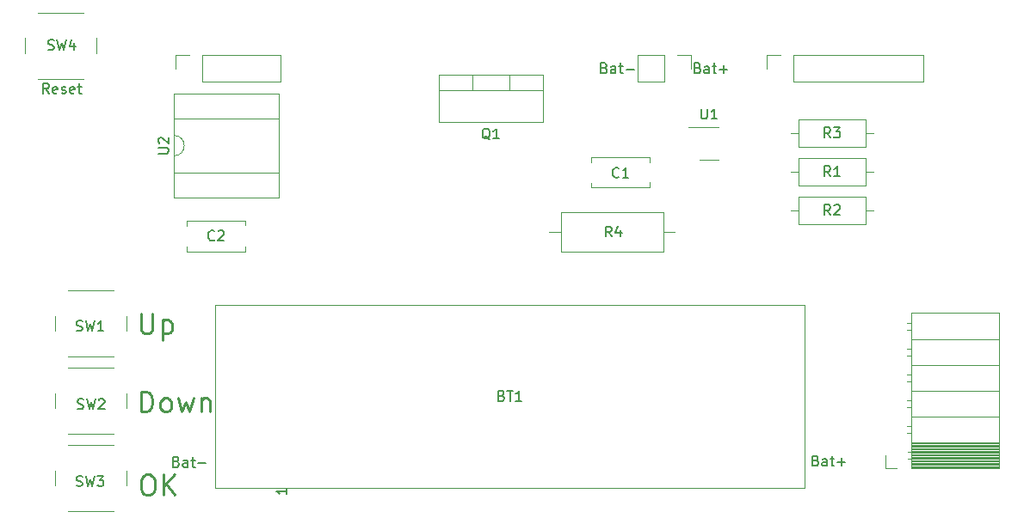
<source format=gbr>
G04 #@! TF.GenerationSoftware,KiCad,Pcbnew,(5.1.9)-1*
G04 #@! TF.CreationDate,2021-04-10T17:02:56+02:00*
G04 #@! TF.ProjectId,Battery_analyzer_MKII,42617474-6572-4795-9f61-6e616c797a65,2*
G04 #@! TF.SameCoordinates,Original*
G04 #@! TF.FileFunction,Legend,Top*
G04 #@! TF.FilePolarity,Positive*
%FSLAX46Y46*%
G04 Gerber Fmt 4.6, Leading zero omitted, Abs format (unit mm)*
G04 Created by KiCad (PCBNEW (5.1.9)-1) date 2021-04-10 17:02:56*
%MOMM*%
%LPD*%
G01*
G04 APERTURE LIST*
%ADD10C,0.150000*%
%ADD11C,0.250000*%
%ADD12C,0.120000*%
G04 APERTURE END LIST*
D10*
X108371904Y-77392380D02*
X108038571Y-76916190D01*
X107800476Y-77392380D02*
X107800476Y-76392380D01*
X108181428Y-76392380D01*
X108276666Y-76440000D01*
X108324285Y-76487619D01*
X108371904Y-76582857D01*
X108371904Y-76725714D01*
X108324285Y-76820952D01*
X108276666Y-76868571D01*
X108181428Y-76916190D01*
X107800476Y-76916190D01*
X109181428Y-77344761D02*
X109086190Y-77392380D01*
X108895714Y-77392380D01*
X108800476Y-77344761D01*
X108752857Y-77249523D01*
X108752857Y-76868571D01*
X108800476Y-76773333D01*
X108895714Y-76725714D01*
X109086190Y-76725714D01*
X109181428Y-76773333D01*
X109229047Y-76868571D01*
X109229047Y-76963809D01*
X108752857Y-77059047D01*
X109610000Y-77344761D02*
X109705238Y-77392380D01*
X109895714Y-77392380D01*
X109990952Y-77344761D01*
X110038571Y-77249523D01*
X110038571Y-77201904D01*
X109990952Y-77106666D01*
X109895714Y-77059047D01*
X109752857Y-77059047D01*
X109657619Y-77011428D01*
X109610000Y-76916190D01*
X109610000Y-76868571D01*
X109657619Y-76773333D01*
X109752857Y-76725714D01*
X109895714Y-76725714D01*
X109990952Y-76773333D01*
X110848095Y-77344761D02*
X110752857Y-77392380D01*
X110562380Y-77392380D01*
X110467142Y-77344761D01*
X110419523Y-77249523D01*
X110419523Y-76868571D01*
X110467142Y-76773333D01*
X110562380Y-76725714D01*
X110752857Y-76725714D01*
X110848095Y-76773333D01*
X110895714Y-76868571D01*
X110895714Y-76963809D01*
X110419523Y-77059047D01*
X111181428Y-76725714D02*
X111562380Y-76725714D01*
X111324285Y-76392380D02*
X111324285Y-77249523D01*
X111371904Y-77344761D01*
X111467142Y-77392380D01*
X111562380Y-77392380D01*
D11*
X117919523Y-114944761D02*
X118300476Y-114944761D01*
X118490952Y-115040000D01*
X118681428Y-115230476D01*
X118776666Y-115611428D01*
X118776666Y-116278095D01*
X118681428Y-116659047D01*
X118490952Y-116849523D01*
X118300476Y-116944761D01*
X117919523Y-116944761D01*
X117729047Y-116849523D01*
X117538571Y-116659047D01*
X117443333Y-116278095D01*
X117443333Y-115611428D01*
X117538571Y-115230476D01*
X117729047Y-115040000D01*
X117919523Y-114944761D01*
X119633809Y-116944761D02*
X119633809Y-114944761D01*
X120776666Y-116944761D02*
X119919523Y-115801904D01*
X120776666Y-114944761D02*
X119633809Y-116087619D01*
X117429047Y-108744761D02*
X117429047Y-106744761D01*
X117905238Y-106744761D01*
X118190952Y-106840000D01*
X118381428Y-107030476D01*
X118476666Y-107220952D01*
X118571904Y-107601904D01*
X118571904Y-107887619D01*
X118476666Y-108268571D01*
X118381428Y-108459047D01*
X118190952Y-108649523D01*
X117905238Y-108744761D01*
X117429047Y-108744761D01*
X119714761Y-108744761D02*
X119524285Y-108649523D01*
X119429047Y-108554285D01*
X119333809Y-108363809D01*
X119333809Y-107792380D01*
X119429047Y-107601904D01*
X119524285Y-107506666D01*
X119714761Y-107411428D01*
X120000476Y-107411428D01*
X120190952Y-107506666D01*
X120286190Y-107601904D01*
X120381428Y-107792380D01*
X120381428Y-108363809D01*
X120286190Y-108554285D01*
X120190952Y-108649523D01*
X120000476Y-108744761D01*
X119714761Y-108744761D01*
X121048095Y-107411428D02*
X121429047Y-108744761D01*
X121810000Y-107792380D01*
X122190952Y-108744761D01*
X122571904Y-107411428D01*
X123333809Y-107411428D02*
X123333809Y-108744761D01*
X123333809Y-107601904D02*
X123429047Y-107506666D01*
X123619523Y-107411428D01*
X123905238Y-107411428D01*
X124095714Y-107506666D01*
X124190952Y-107697142D01*
X124190952Y-108744761D01*
X117433809Y-99044761D02*
X117433809Y-100663809D01*
X117529047Y-100854285D01*
X117624285Y-100949523D01*
X117814761Y-101044761D01*
X118195714Y-101044761D01*
X118386190Y-100949523D01*
X118481428Y-100854285D01*
X118576666Y-100663809D01*
X118576666Y-99044761D01*
X119529047Y-99711428D02*
X119529047Y-101711428D01*
X119529047Y-99806666D02*
X119719523Y-99711428D01*
X120100476Y-99711428D01*
X120290952Y-99806666D01*
X120386190Y-99901904D01*
X120481428Y-100092380D01*
X120481428Y-100663809D01*
X120386190Y-100854285D01*
X120290952Y-100949523D01*
X120100476Y-101044761D01*
X119719523Y-101044761D01*
X119529047Y-100949523D01*
D10*
X163024285Y-74868571D02*
X163167142Y-74916190D01*
X163214761Y-74963809D01*
X163262380Y-75059047D01*
X163262380Y-75201904D01*
X163214761Y-75297142D01*
X163167142Y-75344761D01*
X163071904Y-75392380D01*
X162690952Y-75392380D01*
X162690952Y-74392380D01*
X163024285Y-74392380D01*
X163119523Y-74440000D01*
X163167142Y-74487619D01*
X163214761Y-74582857D01*
X163214761Y-74678095D01*
X163167142Y-74773333D01*
X163119523Y-74820952D01*
X163024285Y-74868571D01*
X162690952Y-74868571D01*
X164119523Y-75392380D02*
X164119523Y-74868571D01*
X164071904Y-74773333D01*
X163976666Y-74725714D01*
X163786190Y-74725714D01*
X163690952Y-74773333D01*
X164119523Y-75344761D02*
X164024285Y-75392380D01*
X163786190Y-75392380D01*
X163690952Y-75344761D01*
X163643333Y-75249523D01*
X163643333Y-75154285D01*
X163690952Y-75059047D01*
X163786190Y-75011428D01*
X164024285Y-75011428D01*
X164119523Y-74963809D01*
X164452857Y-74725714D02*
X164833809Y-74725714D01*
X164595714Y-74392380D02*
X164595714Y-75249523D01*
X164643333Y-75344761D01*
X164738571Y-75392380D01*
X164833809Y-75392380D01*
X165167142Y-75011428D02*
X165929047Y-75011428D01*
X172224285Y-74868571D02*
X172367142Y-74916190D01*
X172414761Y-74963809D01*
X172462380Y-75059047D01*
X172462380Y-75201904D01*
X172414761Y-75297142D01*
X172367142Y-75344761D01*
X172271904Y-75392380D01*
X171890952Y-75392380D01*
X171890952Y-74392380D01*
X172224285Y-74392380D01*
X172319523Y-74440000D01*
X172367142Y-74487619D01*
X172414761Y-74582857D01*
X172414761Y-74678095D01*
X172367142Y-74773333D01*
X172319523Y-74820952D01*
X172224285Y-74868571D01*
X171890952Y-74868571D01*
X173319523Y-75392380D02*
X173319523Y-74868571D01*
X173271904Y-74773333D01*
X173176666Y-74725714D01*
X172986190Y-74725714D01*
X172890952Y-74773333D01*
X173319523Y-75344761D02*
X173224285Y-75392380D01*
X172986190Y-75392380D01*
X172890952Y-75344761D01*
X172843333Y-75249523D01*
X172843333Y-75154285D01*
X172890952Y-75059047D01*
X172986190Y-75011428D01*
X173224285Y-75011428D01*
X173319523Y-74963809D01*
X173652857Y-74725714D02*
X174033809Y-74725714D01*
X173795714Y-74392380D02*
X173795714Y-75249523D01*
X173843333Y-75344761D01*
X173938571Y-75392380D01*
X174033809Y-75392380D01*
X174367142Y-75011428D02*
X175129047Y-75011428D01*
X174748095Y-75392380D02*
X174748095Y-74630476D01*
X183824285Y-113568571D02*
X183967142Y-113616190D01*
X184014761Y-113663809D01*
X184062380Y-113759047D01*
X184062380Y-113901904D01*
X184014761Y-113997142D01*
X183967142Y-114044761D01*
X183871904Y-114092380D01*
X183490952Y-114092380D01*
X183490952Y-113092380D01*
X183824285Y-113092380D01*
X183919523Y-113140000D01*
X183967142Y-113187619D01*
X184014761Y-113282857D01*
X184014761Y-113378095D01*
X183967142Y-113473333D01*
X183919523Y-113520952D01*
X183824285Y-113568571D01*
X183490952Y-113568571D01*
X184919523Y-114092380D02*
X184919523Y-113568571D01*
X184871904Y-113473333D01*
X184776666Y-113425714D01*
X184586190Y-113425714D01*
X184490952Y-113473333D01*
X184919523Y-114044761D02*
X184824285Y-114092380D01*
X184586190Y-114092380D01*
X184490952Y-114044761D01*
X184443333Y-113949523D01*
X184443333Y-113854285D01*
X184490952Y-113759047D01*
X184586190Y-113711428D01*
X184824285Y-113711428D01*
X184919523Y-113663809D01*
X185252857Y-113425714D02*
X185633809Y-113425714D01*
X185395714Y-113092380D02*
X185395714Y-113949523D01*
X185443333Y-114044761D01*
X185538571Y-114092380D01*
X185633809Y-114092380D01*
X185967142Y-113711428D02*
X186729047Y-113711428D01*
X186348095Y-114092380D02*
X186348095Y-113330476D01*
X120924285Y-113668571D02*
X121067142Y-113716190D01*
X121114761Y-113763809D01*
X121162380Y-113859047D01*
X121162380Y-114001904D01*
X121114761Y-114097142D01*
X121067142Y-114144761D01*
X120971904Y-114192380D01*
X120590952Y-114192380D01*
X120590952Y-113192380D01*
X120924285Y-113192380D01*
X121019523Y-113240000D01*
X121067142Y-113287619D01*
X121114761Y-113382857D01*
X121114761Y-113478095D01*
X121067142Y-113573333D01*
X121019523Y-113620952D01*
X120924285Y-113668571D01*
X120590952Y-113668571D01*
X122019523Y-114192380D02*
X122019523Y-113668571D01*
X121971904Y-113573333D01*
X121876666Y-113525714D01*
X121686190Y-113525714D01*
X121590952Y-113573333D01*
X122019523Y-114144761D02*
X121924285Y-114192380D01*
X121686190Y-114192380D01*
X121590952Y-114144761D01*
X121543333Y-114049523D01*
X121543333Y-113954285D01*
X121590952Y-113859047D01*
X121686190Y-113811428D01*
X121924285Y-113811428D01*
X122019523Y-113763809D01*
X122352857Y-113525714D02*
X122733809Y-113525714D01*
X122495714Y-113192380D02*
X122495714Y-114049523D01*
X122543333Y-114144761D01*
X122638571Y-114192380D01*
X122733809Y-114192380D01*
X123067142Y-113811428D02*
X123829047Y-113811428D01*
X131770380Y-116300285D02*
X131770380Y-116871714D01*
X131770380Y-116586000D02*
X130770380Y-116586000D01*
X130913238Y-116681238D01*
X131008476Y-116776476D01*
X131056095Y-116871714D01*
D12*
X120680000Y-83530000D02*
X120680000Y-85180000D01*
X120680000Y-85180000D02*
X130960000Y-85180000D01*
X130960000Y-85180000D02*
X130960000Y-79880000D01*
X130960000Y-79880000D02*
X120680000Y-79880000D01*
X120680000Y-79880000D02*
X120680000Y-81530000D01*
X120620000Y-87670000D02*
X131020000Y-87670000D01*
X131020000Y-87670000D02*
X131020000Y-77390000D01*
X131020000Y-77390000D02*
X120620000Y-77390000D01*
X120620000Y-77390000D02*
X120620000Y-87670000D01*
X120680000Y-81530000D02*
G75*
G02*
X120680000Y-83530000I0J-1000000D01*
G01*
X172410000Y-83950000D02*
X174210000Y-83950000D01*
X174210000Y-80730000D02*
X171260000Y-80730000D01*
X110220000Y-118530000D02*
X114720000Y-118530000D01*
X108970000Y-114530000D02*
X108970000Y-116030000D01*
X114720000Y-112030000D02*
X110220000Y-112030000D01*
X115970000Y-116030000D02*
X115970000Y-114530000D01*
X124710000Y-98240000D02*
X182710000Y-98240000D01*
X182710000Y-98240000D02*
X182710000Y-116240000D01*
X182710000Y-116240000D02*
X124710000Y-116240000D01*
X124710000Y-116240000D02*
X124710000Y-98240000D01*
X166310000Y-73600000D02*
X166310000Y-76260000D01*
X168910000Y-73600000D02*
X166310000Y-73600000D01*
X168910000Y-76260000D02*
X166310000Y-76260000D01*
X168910000Y-73600000D02*
X168910000Y-76260000D01*
X170180000Y-73600000D02*
X171510000Y-73600000D01*
X171510000Y-73600000D02*
X171510000Y-74930000D01*
X110220000Y-110910000D02*
X114720000Y-110910000D01*
X108970000Y-106910000D02*
X108970000Y-108410000D01*
X114720000Y-104410000D02*
X110220000Y-104410000D01*
X115970000Y-108410000D02*
X115970000Y-106910000D01*
X110220000Y-103290000D02*
X114720000Y-103290000D01*
X108970000Y-99290000D02*
X108970000Y-100790000D01*
X114720000Y-96790000D02*
X110220000Y-96790000D01*
X115970000Y-100790000D02*
X115970000Y-99290000D01*
X179010000Y-74930000D02*
X179010000Y-73600000D01*
X179010000Y-73600000D02*
X180340000Y-73600000D01*
X181610000Y-73600000D02*
X194370000Y-73600000D01*
X194370000Y-76260000D02*
X194370000Y-73600000D01*
X181610000Y-76260000D02*
X194370000Y-76260000D01*
X181610000Y-76260000D02*
X181610000Y-73600000D01*
X123444000Y-76260000D02*
X123444000Y-73600000D01*
X123444000Y-76260000D02*
X131124000Y-76260000D01*
X131124000Y-76260000D02*
X131124000Y-73600000D01*
X123444000Y-73600000D02*
X131124000Y-73600000D01*
X120844000Y-73600000D02*
X122174000Y-73600000D01*
X120844000Y-74930000D02*
X120844000Y-73600000D01*
X111762646Y-69430000D02*
X107262646Y-69430000D01*
X113012646Y-73430000D02*
X113012646Y-71930000D01*
X107262646Y-75930000D02*
X111762646Y-75930000D01*
X106012646Y-71930000D02*
X106012646Y-73430000D01*
X188690000Y-82650000D02*
X188690000Y-79910000D01*
X188690000Y-79910000D02*
X182150000Y-79910000D01*
X182150000Y-79910000D02*
X182150000Y-82650000D01*
X182150000Y-82650000D02*
X188690000Y-82650000D01*
X189460000Y-81280000D02*
X188690000Y-81280000D01*
X181380000Y-81280000D02*
X182150000Y-81280000D01*
X188690000Y-90270000D02*
X188690000Y-87530000D01*
X188690000Y-87530000D02*
X182150000Y-87530000D01*
X182150000Y-87530000D02*
X182150000Y-90270000D01*
X182150000Y-90270000D02*
X188690000Y-90270000D01*
X189460000Y-88900000D02*
X188690000Y-88900000D01*
X181380000Y-88900000D02*
X182150000Y-88900000D01*
X188690000Y-86460000D02*
X188690000Y-83720000D01*
X188690000Y-83720000D02*
X182150000Y-83720000D01*
X182150000Y-83720000D02*
X182150000Y-86460000D01*
X182150000Y-86460000D02*
X188690000Y-86460000D01*
X189460000Y-85090000D02*
X188690000Y-85090000D01*
X181380000Y-85090000D02*
X182150000Y-85090000D01*
X168860000Y-92960000D02*
X168860000Y-89120000D01*
X168860000Y-89120000D02*
X158720000Y-89120000D01*
X158720000Y-89120000D02*
X158720000Y-92960000D01*
X158720000Y-92960000D02*
X168860000Y-92960000D01*
X169970000Y-91040000D02*
X168860000Y-91040000D01*
X157610000Y-91040000D02*
X158720000Y-91040000D01*
X146730000Y-75570000D02*
X156970000Y-75570000D01*
X146730000Y-80211000D02*
X156970000Y-80211000D01*
X146730000Y-75570000D02*
X146730000Y-80211000D01*
X156970000Y-75570000D02*
X156970000Y-80211000D01*
X146730000Y-77080000D02*
X156970000Y-77080000D01*
X150000000Y-75570000D02*
X150000000Y-77080000D01*
X153701000Y-75570000D02*
X153701000Y-77080000D01*
X201860000Y-114240000D02*
X193230000Y-114240000D01*
X201860000Y-114121905D02*
X193230000Y-114121905D01*
X201860000Y-114003810D02*
X193230000Y-114003810D01*
X201860000Y-113885715D02*
X193230000Y-113885715D01*
X201860000Y-113767620D02*
X193230000Y-113767620D01*
X201860000Y-113649525D02*
X193230000Y-113649525D01*
X201860000Y-113531430D02*
X193230000Y-113531430D01*
X201860000Y-113413335D02*
X193230000Y-113413335D01*
X201860000Y-113295240D02*
X193230000Y-113295240D01*
X201860000Y-113177145D02*
X193230000Y-113177145D01*
X201860000Y-113059050D02*
X193230000Y-113059050D01*
X201860000Y-112940955D02*
X193230000Y-112940955D01*
X201860000Y-112822860D02*
X193230000Y-112822860D01*
X201860000Y-112704765D02*
X193230000Y-112704765D01*
X201860000Y-112586670D02*
X193230000Y-112586670D01*
X201860000Y-112468575D02*
X193230000Y-112468575D01*
X201860000Y-112350480D02*
X193230000Y-112350480D01*
X201860000Y-112232385D02*
X193230000Y-112232385D01*
X201860000Y-112114290D02*
X193230000Y-112114290D01*
X201860000Y-111996195D02*
X193230000Y-111996195D01*
X201860000Y-111878100D02*
X193230000Y-111878100D01*
X193230000Y-113390000D02*
X192880000Y-113390000D01*
X193230000Y-112670000D02*
X192880000Y-112670000D01*
X193230000Y-110850000D02*
X192820000Y-110850000D01*
X193230000Y-110130000D02*
X192820000Y-110130000D01*
X193230000Y-108310000D02*
X192820000Y-108310000D01*
X193230000Y-107590000D02*
X192820000Y-107590000D01*
X193230000Y-105770000D02*
X192820000Y-105770000D01*
X193230000Y-105050000D02*
X192820000Y-105050000D01*
X193230000Y-103230000D02*
X192820000Y-103230000D01*
X193230000Y-102510000D02*
X192820000Y-102510000D01*
X193230000Y-100690000D02*
X192820000Y-100690000D01*
X193230000Y-99970000D02*
X192820000Y-99970000D01*
X201860000Y-111760000D02*
X193230000Y-111760000D01*
X201860000Y-109220000D02*
X193230000Y-109220000D01*
X201860000Y-106680000D02*
X193230000Y-106680000D01*
X201860000Y-104140000D02*
X193230000Y-104140000D01*
X201860000Y-101600000D02*
X193230000Y-101600000D01*
X201860000Y-114360000D02*
X193230000Y-114360000D01*
X193230000Y-114360000D02*
X193230000Y-99000000D01*
X201860000Y-99000000D02*
X193230000Y-99000000D01*
X201860000Y-114360000D02*
X201860000Y-99000000D01*
X190660000Y-114360000D02*
X190660000Y-113030000D01*
X191770000Y-114360000D02*
X190660000Y-114360000D01*
X161710000Y-84140000D02*
X161710000Y-83640000D01*
X161710000Y-83640000D02*
X167510000Y-83640000D01*
X167510000Y-83640000D02*
X167510000Y-84140000D01*
X167510000Y-86140000D02*
X167510000Y-86640000D01*
X167510000Y-86640000D02*
X161710000Y-86640000D01*
X161710000Y-86640000D02*
X161710000Y-86240000D01*
X127710000Y-92440000D02*
X127710000Y-92940000D01*
X127710000Y-92940000D02*
X121910000Y-92940000D01*
X121910000Y-92940000D02*
X121910000Y-92440000D01*
X121910000Y-90440000D02*
X121910000Y-89940000D01*
X121910000Y-89940000D02*
X127710000Y-89940000D01*
X127710000Y-89940000D02*
X127710000Y-90340000D01*
D10*
X119132380Y-83291904D02*
X119941904Y-83291904D01*
X120037142Y-83244285D01*
X120084761Y-83196666D01*
X120132380Y-83101428D01*
X120132380Y-82910952D01*
X120084761Y-82815714D01*
X120037142Y-82768095D01*
X119941904Y-82720476D01*
X119132380Y-82720476D01*
X119227619Y-82291904D02*
X119180000Y-82244285D01*
X119132380Y-82149047D01*
X119132380Y-81910952D01*
X119180000Y-81815714D01*
X119227619Y-81768095D01*
X119322857Y-81720476D01*
X119418095Y-81720476D01*
X119560952Y-81768095D01*
X120132380Y-82339523D01*
X120132380Y-81720476D01*
X172548095Y-78892380D02*
X172548095Y-79701904D01*
X172595714Y-79797142D01*
X172643333Y-79844761D01*
X172738571Y-79892380D01*
X172929047Y-79892380D01*
X173024285Y-79844761D01*
X173071904Y-79797142D01*
X173119523Y-79701904D01*
X173119523Y-78892380D01*
X174119523Y-79892380D02*
X173548095Y-79892380D01*
X173833809Y-79892380D02*
X173833809Y-78892380D01*
X173738571Y-79035238D01*
X173643333Y-79130476D01*
X173548095Y-79178095D01*
X111076666Y-116044761D02*
X111219523Y-116092380D01*
X111457619Y-116092380D01*
X111552857Y-116044761D01*
X111600476Y-115997142D01*
X111648095Y-115901904D01*
X111648095Y-115806666D01*
X111600476Y-115711428D01*
X111552857Y-115663809D01*
X111457619Y-115616190D01*
X111267142Y-115568571D01*
X111171904Y-115520952D01*
X111124285Y-115473333D01*
X111076666Y-115378095D01*
X111076666Y-115282857D01*
X111124285Y-115187619D01*
X111171904Y-115140000D01*
X111267142Y-115092380D01*
X111505238Y-115092380D01*
X111648095Y-115140000D01*
X111981428Y-115092380D02*
X112219523Y-116092380D01*
X112410000Y-115378095D01*
X112600476Y-116092380D01*
X112838571Y-115092380D01*
X113124285Y-115092380D02*
X113743333Y-115092380D01*
X113410000Y-115473333D01*
X113552857Y-115473333D01*
X113648095Y-115520952D01*
X113695714Y-115568571D01*
X113743333Y-115663809D01*
X113743333Y-115901904D01*
X113695714Y-115997142D01*
X113648095Y-116044761D01*
X113552857Y-116092380D01*
X113267142Y-116092380D01*
X113171904Y-116044761D01*
X113124285Y-115997142D01*
X152924285Y-107168571D02*
X153067142Y-107216190D01*
X153114761Y-107263809D01*
X153162380Y-107359047D01*
X153162380Y-107501904D01*
X153114761Y-107597142D01*
X153067142Y-107644761D01*
X152971904Y-107692380D01*
X152590952Y-107692380D01*
X152590952Y-106692380D01*
X152924285Y-106692380D01*
X153019523Y-106740000D01*
X153067142Y-106787619D01*
X153114761Y-106882857D01*
X153114761Y-106978095D01*
X153067142Y-107073333D01*
X153019523Y-107120952D01*
X152924285Y-107168571D01*
X152590952Y-107168571D01*
X153448095Y-106692380D02*
X154019523Y-106692380D01*
X153733809Y-107692380D02*
X153733809Y-106692380D01*
X154876666Y-107692380D02*
X154305238Y-107692380D01*
X154590952Y-107692380D02*
X154590952Y-106692380D01*
X154495714Y-106835238D01*
X154400476Y-106930476D01*
X154305238Y-106978095D01*
X111176666Y-108444761D02*
X111319523Y-108492380D01*
X111557619Y-108492380D01*
X111652857Y-108444761D01*
X111700476Y-108397142D01*
X111748095Y-108301904D01*
X111748095Y-108206666D01*
X111700476Y-108111428D01*
X111652857Y-108063809D01*
X111557619Y-108016190D01*
X111367142Y-107968571D01*
X111271904Y-107920952D01*
X111224285Y-107873333D01*
X111176666Y-107778095D01*
X111176666Y-107682857D01*
X111224285Y-107587619D01*
X111271904Y-107540000D01*
X111367142Y-107492380D01*
X111605238Y-107492380D01*
X111748095Y-107540000D01*
X112081428Y-107492380D02*
X112319523Y-108492380D01*
X112510000Y-107778095D01*
X112700476Y-108492380D01*
X112938571Y-107492380D01*
X113271904Y-107587619D02*
X113319523Y-107540000D01*
X113414761Y-107492380D01*
X113652857Y-107492380D01*
X113748095Y-107540000D01*
X113795714Y-107587619D01*
X113843333Y-107682857D01*
X113843333Y-107778095D01*
X113795714Y-107920952D01*
X113224285Y-108492380D01*
X113843333Y-108492380D01*
X111076666Y-100744761D02*
X111219523Y-100792380D01*
X111457619Y-100792380D01*
X111552857Y-100744761D01*
X111600476Y-100697142D01*
X111648095Y-100601904D01*
X111648095Y-100506666D01*
X111600476Y-100411428D01*
X111552857Y-100363809D01*
X111457619Y-100316190D01*
X111267142Y-100268571D01*
X111171904Y-100220952D01*
X111124285Y-100173333D01*
X111076666Y-100078095D01*
X111076666Y-99982857D01*
X111124285Y-99887619D01*
X111171904Y-99840000D01*
X111267142Y-99792380D01*
X111505238Y-99792380D01*
X111648095Y-99840000D01*
X111981428Y-99792380D02*
X112219523Y-100792380D01*
X112410000Y-100078095D01*
X112600476Y-100792380D01*
X112838571Y-99792380D01*
X113743333Y-100792380D02*
X113171904Y-100792380D01*
X113457619Y-100792380D02*
X113457619Y-99792380D01*
X113362380Y-99935238D01*
X113267142Y-100030476D01*
X113171904Y-100078095D01*
X108276666Y-73044761D02*
X108419523Y-73092380D01*
X108657619Y-73092380D01*
X108752857Y-73044761D01*
X108800476Y-72997142D01*
X108848095Y-72901904D01*
X108848095Y-72806666D01*
X108800476Y-72711428D01*
X108752857Y-72663809D01*
X108657619Y-72616190D01*
X108467142Y-72568571D01*
X108371904Y-72520952D01*
X108324285Y-72473333D01*
X108276666Y-72378095D01*
X108276666Y-72282857D01*
X108324285Y-72187619D01*
X108371904Y-72140000D01*
X108467142Y-72092380D01*
X108705238Y-72092380D01*
X108848095Y-72140000D01*
X109181428Y-72092380D02*
X109419523Y-73092380D01*
X109610000Y-72378095D01*
X109800476Y-73092380D01*
X110038571Y-72092380D01*
X110848095Y-72425714D02*
X110848095Y-73092380D01*
X110610000Y-72044761D02*
X110371904Y-72759047D01*
X110990952Y-72759047D01*
X185253333Y-81732380D02*
X184920000Y-81256190D01*
X184681904Y-81732380D02*
X184681904Y-80732380D01*
X185062857Y-80732380D01*
X185158095Y-80780000D01*
X185205714Y-80827619D01*
X185253333Y-80922857D01*
X185253333Y-81065714D01*
X185205714Y-81160952D01*
X185158095Y-81208571D01*
X185062857Y-81256190D01*
X184681904Y-81256190D01*
X185586666Y-80732380D02*
X186205714Y-80732380D01*
X185872380Y-81113333D01*
X186015238Y-81113333D01*
X186110476Y-81160952D01*
X186158095Y-81208571D01*
X186205714Y-81303809D01*
X186205714Y-81541904D01*
X186158095Y-81637142D01*
X186110476Y-81684761D01*
X186015238Y-81732380D01*
X185729523Y-81732380D01*
X185634285Y-81684761D01*
X185586666Y-81637142D01*
X185253333Y-89352380D02*
X184920000Y-88876190D01*
X184681904Y-89352380D02*
X184681904Y-88352380D01*
X185062857Y-88352380D01*
X185158095Y-88400000D01*
X185205714Y-88447619D01*
X185253333Y-88542857D01*
X185253333Y-88685714D01*
X185205714Y-88780952D01*
X185158095Y-88828571D01*
X185062857Y-88876190D01*
X184681904Y-88876190D01*
X185634285Y-88447619D02*
X185681904Y-88400000D01*
X185777142Y-88352380D01*
X186015238Y-88352380D01*
X186110476Y-88400000D01*
X186158095Y-88447619D01*
X186205714Y-88542857D01*
X186205714Y-88638095D01*
X186158095Y-88780952D01*
X185586666Y-89352380D01*
X186205714Y-89352380D01*
X185253333Y-85542380D02*
X184920000Y-85066190D01*
X184681904Y-85542380D02*
X184681904Y-84542380D01*
X185062857Y-84542380D01*
X185158095Y-84590000D01*
X185205714Y-84637619D01*
X185253333Y-84732857D01*
X185253333Y-84875714D01*
X185205714Y-84970952D01*
X185158095Y-85018571D01*
X185062857Y-85066190D01*
X184681904Y-85066190D01*
X186205714Y-85542380D02*
X185634285Y-85542380D01*
X185920000Y-85542380D02*
X185920000Y-84542380D01*
X185824761Y-84685238D01*
X185729523Y-84780476D01*
X185634285Y-84828095D01*
X163743333Y-91492380D02*
X163410000Y-91016190D01*
X163171904Y-91492380D02*
X163171904Y-90492380D01*
X163552857Y-90492380D01*
X163648095Y-90540000D01*
X163695714Y-90587619D01*
X163743333Y-90682857D01*
X163743333Y-90825714D01*
X163695714Y-90920952D01*
X163648095Y-90968571D01*
X163552857Y-91016190D01*
X163171904Y-91016190D01*
X164600476Y-90825714D02*
X164600476Y-91492380D01*
X164362380Y-90444761D02*
X164124285Y-91159047D01*
X164743333Y-91159047D01*
X151754761Y-81927619D02*
X151659523Y-81880000D01*
X151564285Y-81784761D01*
X151421428Y-81641904D01*
X151326190Y-81594285D01*
X151230952Y-81594285D01*
X151278571Y-81832380D02*
X151183333Y-81784761D01*
X151088095Y-81689523D01*
X151040476Y-81499047D01*
X151040476Y-81165714D01*
X151088095Y-80975238D01*
X151183333Y-80880000D01*
X151278571Y-80832380D01*
X151469047Y-80832380D01*
X151564285Y-80880000D01*
X151659523Y-80975238D01*
X151707142Y-81165714D01*
X151707142Y-81499047D01*
X151659523Y-81689523D01*
X151564285Y-81784761D01*
X151469047Y-81832380D01*
X151278571Y-81832380D01*
X152659523Y-81832380D02*
X152088095Y-81832380D01*
X152373809Y-81832380D02*
X152373809Y-80832380D01*
X152278571Y-80975238D01*
X152183333Y-81070476D01*
X152088095Y-81118095D01*
X164443333Y-85597142D02*
X164395714Y-85644761D01*
X164252857Y-85692380D01*
X164157619Y-85692380D01*
X164014761Y-85644761D01*
X163919523Y-85549523D01*
X163871904Y-85454285D01*
X163824285Y-85263809D01*
X163824285Y-85120952D01*
X163871904Y-84930476D01*
X163919523Y-84835238D01*
X164014761Y-84740000D01*
X164157619Y-84692380D01*
X164252857Y-84692380D01*
X164395714Y-84740000D01*
X164443333Y-84787619D01*
X165395714Y-85692380D02*
X164824285Y-85692380D01*
X165110000Y-85692380D02*
X165110000Y-84692380D01*
X165014761Y-84835238D01*
X164919523Y-84930476D01*
X164824285Y-84978095D01*
X124643333Y-91797142D02*
X124595714Y-91844761D01*
X124452857Y-91892380D01*
X124357619Y-91892380D01*
X124214761Y-91844761D01*
X124119523Y-91749523D01*
X124071904Y-91654285D01*
X124024285Y-91463809D01*
X124024285Y-91320952D01*
X124071904Y-91130476D01*
X124119523Y-91035238D01*
X124214761Y-90940000D01*
X124357619Y-90892380D01*
X124452857Y-90892380D01*
X124595714Y-90940000D01*
X124643333Y-90987619D01*
X125024285Y-90987619D02*
X125071904Y-90940000D01*
X125167142Y-90892380D01*
X125405238Y-90892380D01*
X125500476Y-90940000D01*
X125548095Y-90987619D01*
X125595714Y-91082857D01*
X125595714Y-91178095D01*
X125548095Y-91320952D01*
X124976666Y-91892380D01*
X125595714Y-91892380D01*
M02*

</source>
